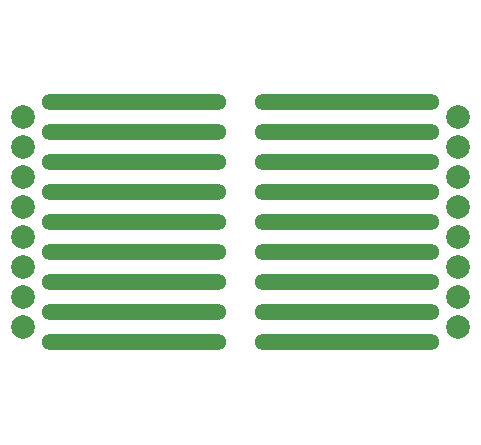
<source format=gts>
G04*
G04 #@! TF.GenerationSoftware,Altium Limited,Altium Designer,19.0.14 (431)*
G04*
G04 Layer_Color=8388736*
%FSLAX25Y25*%
%MOIN*%
G70*
G01*
G75*
%ADD11C,0.07906*%
G04:AMPARAMS|DCode=12|XSize=614.17mil|YSize=55.12mil|CornerRadius=27.56mil|HoleSize=0mil|Usage=FLASHONLY|Rotation=0.000|XOffset=0mil|YOffset=0mil|HoleType=Round|Shape=RoundedRectangle|*
%AMROUNDEDRECTD12*
21,1,0.61417,0.00000,0,0,0.0*
21,1,0.55905,0.05512,0,0,0.0*
1,1,0.05512,0.27953,0.00000*
1,1,0.05512,-0.27953,0.00000*
1,1,0.05512,-0.27953,0.00000*
1,1,0.05512,0.27953,0.00000*
%
%ADD12ROUNDEDRECTD12*%
D11*
X150000Y12500D02*
D03*
Y22500D02*
D03*
Y32500D02*
D03*
Y42500D02*
D03*
Y52500D02*
D03*
Y62500D02*
D03*
Y72500D02*
D03*
Y82500D02*
D03*
X5000Y12500D02*
D03*
Y22500D02*
D03*
Y32500D02*
D03*
X5004Y42500D02*
D03*
X5000Y52500D02*
D03*
X5004Y62500D02*
D03*
X5000Y72500D02*
D03*
Y82500D02*
D03*
D12*
X42000Y77500D02*
D03*
Y87500D02*
D03*
Y67500D02*
D03*
Y57500D02*
D03*
Y47500D02*
D03*
Y37500D02*
D03*
Y27500D02*
D03*
Y17500D02*
D03*
Y7500D02*
D03*
X113000D02*
D03*
Y17500D02*
D03*
Y27500D02*
D03*
Y37500D02*
D03*
Y47500D02*
D03*
Y57500D02*
D03*
Y67500D02*
D03*
Y87500D02*
D03*
Y77500D02*
D03*
M02*

</source>
